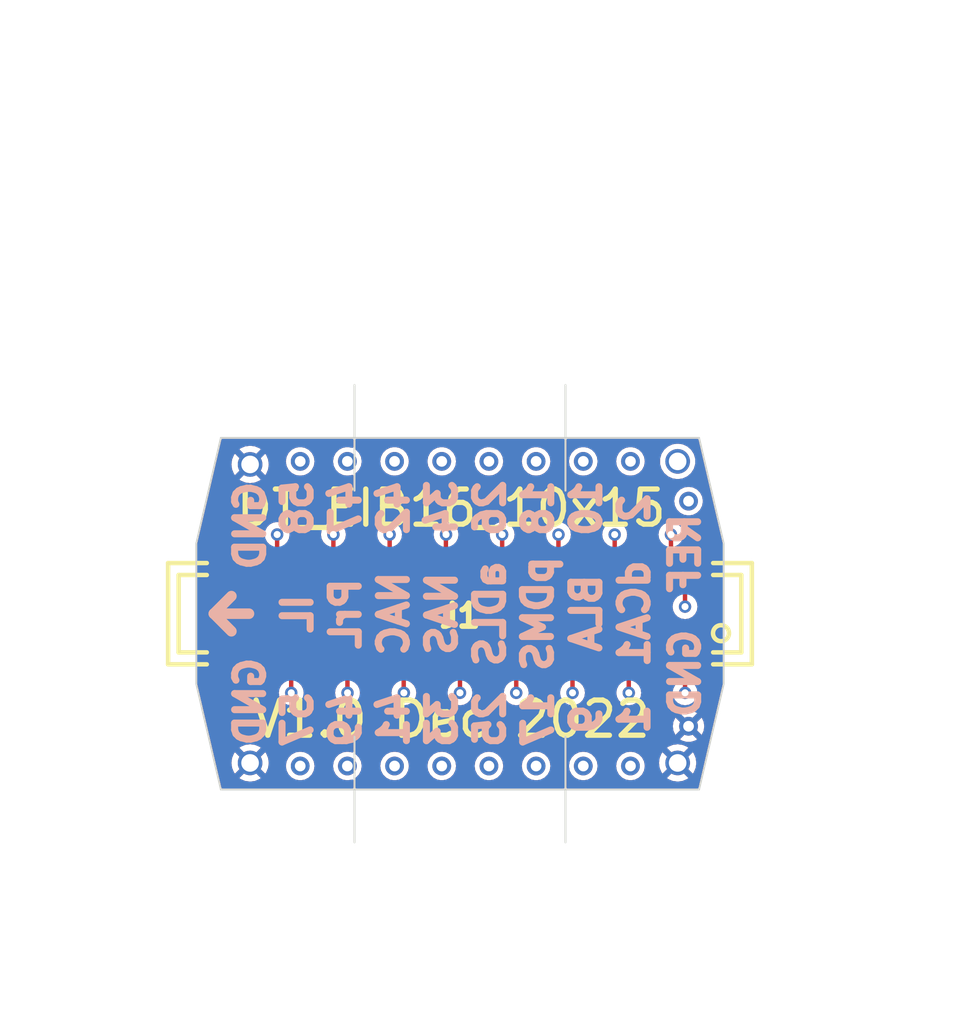
<source format=kicad_pcb>
(kicad_pcb (version 20221018) (generator pcbnew)
  (layers (0 "F.Cu" signal "Top") (1 "In1.Cu" signal "Route2") (2 "In2.Cu" signal "Route15") (31 "B.Cu" signal "Bottom") (34 "B.Paste" user) (35 "F.Paste" user) (36 "B.SilkS" user "B.Silkscreen") (37 "F.SilkS" user "F.Silkscreen") (38 "B.Mask" user) (39 "F.Mask" user) (44 "Edge.Cuts" user))
  (net 0 "")
  (net 1 "GND")
  (net 2 "Net-(J1-Pad68)")
  (net 3 "Net-(J1-Pad14)")
  (net 4 "Net-(J1-Pad10)")
  (net 5 "Net-(J1-Pad6)")
  (net 6 "Net-(J1-Pad2)")
  (net 7 "Net-(J1-Pad64)")
  (net 8 "Net-(J1-Pad60)")
  (net 9 "Net-(J1-Pad56)")
  (net 10 "Net-(J1-Pad52)")
  (net 11 "Net-(J1-Pad48)")
  (net 12 "Net-(J1-Pad44)")
  (net 13 "Net-(J1-Pad40)")
  (net 14 "Net-(J1-Pad30)")
  (net 15 "Net-(J1-Pad26)")
  (net 16 "Net-(J1-Pad22)")
  (net 17 "Net-(J1-Pad18)")
  (net 18 "Net-(REF1-0)")
  (net 19 "Net-(J1-Pad69)")
  (footprint "eib-64:GOLDPIN_0.5ID_0.7OD" (layer "F.Cu") (at 6.190252 4.330363)
    (fp_text reference "GND1" hide)
    (fp_text value "LFP")
    (pad "P$1" thru_hole circle (at 0 -0.087363) (size 0.7 0.7) (drill 0.5) (layers "*.Cu" "*.Mask") (net 1 "GND"))
  )
  (footprint "eib-64:LFP_Port" (layer "F.Cu") (at -0.518612 4.330363 180)
    (fp_text reference "LFP5" hide)
    (fp_text value "1")
    (pad "0" thru_hole circle (at 0 0 180) (size 0.5334 0.5334) (drill 0.3048) (layers "*.Cu" "*.Mask") (net 17 "Net-(J1-Pad18)"))
  )
  (footprint "eib-64:LFP_Port" (layer "F.Cu") (at 2.164932 4.330363)
    (fp_text reference "LFP3" hide)
    (fp_text value "1")
    (pad "0" thru_hole circle (at 0 0) (size 0.5334 0.5334) (drill 0.3048) (layers "*.Cu" "*.Mask") (net 4 "Net-(J1-Pad10)"))
  )
  (footprint "eib-64:LFP_Port" (layer "F.Cu") (at 3.506704 4.330363)
    (fp_text reference "LFP2" hide)
    (fp_text value "1")
    (pad "0" thru_hole circle (at 0 0) (size 0.5334 0.5334) (drill 0.3048) (layers "*.Cu" "*.Mask") (net 5 "Net-(J1-Pad6)"))
  )
  (footprint "eib-64:LFP_Port" (layer "F.Cu") (at -3.202156 4.330363 180)
    (fp_text reference "LFP7" hide)
    (fp_text value "1")
    (pad "0" thru_hole circle (at 0 0 180) (size 0.5334 0.5334) (drill 0.3048) (layers "*.Cu" "*.Mask") (net 15 "Net-(J1-Pad26)"))
  )
  (footprint "eib-64:LFP_Port" (layer "F.Cu") (at 0.82316 4.330363 180)
    (fp_text reference "LFP4" hide)
    (fp_text value "1")
    (pad "0" thru_hole circle (at 0 0 180) (size 0.5334 0.5334) (drill 0.3048) (layers "*.Cu" "*.Mask") (net 3 "Net-(J1-Pad14)"))
  )
  (footprint "eib-64:LFP_Port" (layer "F.Cu") (at -4.543928 4.330363 180)
    (fp_text reference "LFP8" hide)
    (fp_text value "1")
    (pad "0" thru_hole circle (at 0 0 180) (size 0.5334 0.5334) (drill 0.3048) (layers "*.Cu" "*.Mask") (net 14 "Net-(J1-Pad30)"))
  )
  (footprint "eib-64:LFP_Port" (layer "F.Cu") (at -1.860384 4.330363 180)
    (fp_text reference "LFP6" hide)
    (fp_text value "1")
    (pad "0" thru_hole circle (at 0 0 180) (size 0.5334 0.5334) (drill 0.3048) (layers "*.Cu" "*.Mask") (net 16 "Net-(J1-Pad22)"))
  )
  (footprint "eib-64:GOLDPIN_0.5ID_0.7OD" (layer "F.Cu") (at -5.969 4.330363)
    (fp_text reference "GND0" hide)
    (fp_text value "LRG_GP" hide)
    (pad "P$1" thru_hole circle (at 0 -0.087363) (size 0.7 0.7) (drill 0.5) (layers "*.Cu" "*.Mask") (net 1 "GND"))
  )
  (footprint "eib-64:LFP_Port" (layer "F.Cu") (at 4.848476 4.330363)
    (fp_text reference "LFP1" hide)
    (fp_text value "1")
    (pad "0" thru_hole circle (at 0 0) (size 0.5334 0.5334) (drill 0.3048) (layers "*.Cu" "*.Mask") (net 6 "Net-(J1-Pad2)"))
  )
  (footprint "eib-64:LFP_Port" (layer "F.Cu") (at 4.848476 -4.330363 180)
    (fp_text reference "LFP9" hide)
    (fp_text value "1")
    (pad "0" thru_hole circle (at 0 0 180) (size 0.5334 0.5334) (drill 0.3048) (layers "*.Cu" "*.Mask") (net 2 "Net-(J1-Pad68)"))
  )
  (footprint "eib-64:LFP_Port" (layer "F.Cu") (at 2.164932 -4.330363 180)
    (fp_text reference "LFP11" hide)
    (fp_text value "1")
    (pad "0" thru_hole circle (at 0 0 180) (size 0.5334 0.5334) (drill 0.3048) (layers "*.Cu" "*.Mask") (net 8 "Net-(J1-Pad60)"))
  )
  (footprint "eib-64:LFP_Port" (layer "F.Cu") (at 3.506704 -4.330363 180)
    (fp_text reference "LFP10" hide)
    (fp_text value "1")
    (pad "0" thru_hole circle (at 0 0 180) (size 0.5334 0.5334) (drill 0.3048) (layers "*.Cu" "*.Mask") (net 7 "Net-(J1-Pad64)"))
  )
  (footprint "eib-64:GOLDPIN_0.5ID_0.7OD" (layer "F.Cu") (at 6.190252 -4.330363)
    (fp_text reference "REF1" hide)
    (fp_text value "LFP")
    (pad "P$1" thru_hole circle (at 0 0) (size 0.7 0.7) (drill 0.5) (layers "*.Cu" "*.Mask") (net 18 "Net-(REF1-0)"))
  )
  (footprint "eib-64:GOLDPIN_0.5ID_0.7OD" (layer "F.Cu") (at -5.969 -4.243363)
    (fp_text reference "SHLD_A1" hide)
    (fp_text value "LRG_GP" hide)
    (pad "P$1" thru_hole circle (at 0 0) (size 0.7 0.7) (drill 0.5) (layers "*.Cu" "*.Mask") (net 1 "GND"))
  )
  (footprint "eib-64:LFP_Port" (layer "F.Cu") (at -0.518612 -4.330363)
    (fp_text reference "LFP13" hide)
    (fp_text value "1")
    (pad "0" thru_hole circle (at 0 0) (size 0.5334 0.5334) (drill 0.3048) (layers "*.Cu" "*.Mask") (net 10 "Net-(J1-Pad52)"))
  )
  (footprint "eib-64:LFP_Port" (layer "F.Cu") (at -1.860384 -4.330363)
    (fp_text reference "LFP14" hide)
    (fp_text value "1")
    (pad "0" thru_hole circle (at 0 0) (size 0.5334 0.5334) (drill 0.3048) (layers "*.Cu" "*.Mask") (net 11 "Net-(J1-Pad48)"))
  )
  (footprint "eib-64:LFP_Port" (layer "F.Cu") (at -3.202156 -4.330363)
    (fp_text reference "LFP15" hide)
    (fp_text value "1")
    (pad "0" thru_hole circle (at 0 0) (size 0.5334 0.5334) (drill 0.3048) (layers "*.Cu" "*.Mask") (net 12 "Net-(J1-Pad44)"))
  )
  (footprint "eib-64:LFP_Port" (layer "F.Cu") (at -4.543928 -4.330363)
    (fp_text reference "LFP16" hide)
    (fp_text value "0")
    (pad "0" thru_hole circle (at 0 0) (size 0.5334 0.5334) (drill 0.3048) (layers "*.Cu" "*.Mask") (net 13 "Net-(J1-Pad40)"))
  )
  (footprint "eib-64:LFP_Port" (layer "F.Cu") (at 0.82316 -4.330363)
    (fp_text reference "LFP12" hide)
    (fp_text value "1")
    (pad "0" thru_hole circle (at 0 0) (size 0.5334 0.5334) (drill 0.3048) (layers "*.Cu" "*.Mask") (net 9 "Net-(J1-Pad56)"))
  )
  (footprint "eib-64:LFP_Port" (layer "F.Cu") (at 6.5 -3.2)
    (fp_text reference "REF**" hide)
    (fp_text value "REF**" hide)
    (pad "0" thru_hole circle (at 0 0) (size 0.5334 0.5334) (drill 0.3048) (layers "*.Cu" "*.Mask") (net 19 "Net-(J1-Pad69)"))
  )
  (footprint "eib-64:LFP_Port" (layer "F.Cu") (at 6.5 3.2 180)
    (fp_text reference "REF**" hide)
    (fp_text value "REF**" hide)
    (pad "0" thru_hole circle (at 0 0 180) (size 0.5334 0.5334) (drill 0.3048) (layers "*.Cu" "*.Mask") (net 1 "GND"))
  )
  (footprint "eib-64:DF40-70REC" (layer "F.Cu") (at 0 0 180)
    (fp_text reference "J1" (at 0 0.32) (layer "F.SilkS") (effects (font (size 0.65 0.65) (thickness 0.16002)) (justify top)))
    (fp_text value "DF40-REC" hide)
    (fp_line (start -8.3 -1.44) (end -7.2 -1.44) (stroke (width 0.127)) (layer "F.SilkS"))
    (fp_line (start -8.3 1.44) (end -8.3 -1.44) (stroke (width 0.127)) (layer "F.SilkS"))
    (fp_line (start -8 -1.1) (end -8 1.1) (stroke (width 0.127)) (layer "F.SilkS"))
    (fp_line (start -8 -1.1) (end -7.2 -1.1) (stroke (width 0.127)) (layer "F.SilkS"))
    (fp_line (start -8 1.1) (end -7.2 1.1) (stroke (width 0.127)) (layer "F.SilkS"))
    (fp_line (start -7.2 1.44) (end -8.3 1.44) (stroke (width 0.127)) (layer "F.SilkS"))
    (fp_line (start 7.2 -1.44) (end 8.3 -1.44) (stroke (width 0.127)) (layer "F.SilkS"))
    (fp_line (start 8 -1.1) (end 7.2 -1.1) (stroke (width 0.127)) (layer "F.SilkS"))
    (fp_line (start 8 1.1) (end 7.2 1.1) (stroke (width 0.127)) (layer "F.SilkS"))
    (fp_line (start 8 1.1) (end 8 -1.1) (stroke (width 0.127)) (layer "F.SilkS"))
    (fp_line (start 8.3 -1.44) (end 8.3 1.44) (stroke (width 0.127)) (layer "F.SilkS"))
    (fp_line (start 8.3 1.44) (end 7.2 1.44) (stroke (width 0.127)) (layer "F.SilkS"))
    (fp_circle (center -7.4234 -0.5542) (end -7.196216 -0.5542) (stroke (width 0.127)) (fill none) (layer "F.SilkS"))
    (pad "1" smd rect (at -6.8 -1.17 180) (size 0.2 1.14) (layers "F.Cu" "F.Paste" "F.Mask"))
    (pad "2" smd rect (at -6.4 -1.17 180) (size 0.2 1.14) (layers "F.Cu" "F.Paste" "F.Mask") (net 6 "Net-(J1-Pad2)"))
    (pad "3" smd rect (at -6 -1.17 180) (size 0.2 1.14) (layers "F.Cu" "F.Paste" "F.Mask"))
    (pad "4" smd rect (at -5.6 -1.17 180) (size 0.2 1.14) (layers "F.Cu" "F.Paste" "F.Mask"))
    (pad "5" smd rect (at -5.2 -1.17 180) (size 0.2 1.14) (layers "F.Cu" "F.Paste" "F.Mask"))
    (pad "6" smd rect (at -4.8 -1.17 180) (size 0.2 1.14) (layers "F.Cu" "F.Paste" "F.Mask") (net 5 "Net-(J1-Pad6)"))
    (pad "7" smd rect (at -4.4 -1.17 180) (size 0.2 1.14) (layers "F.Cu" "F.Paste" "F.Mask"))
    (pad "8" smd rect (at -4 -1.17 180) (size 0.2 1.14) (layers "F.Cu" "F.Paste" "F.Mask"))
    (pad "9" smd rect (at -3.6 -1.17 180) (size 0.2 1.14) (layers "F.Cu" "F.Paste" "F.Mask"))
    (pad "10" smd rect (at -3.2 -1.17 180) (size 0.2 1.14) (layers "F.Cu" "F.Paste" "F.Mask") (net 4 "Net-(J1-Pad10)"))
    (pad "11" smd rect (at -2.8 -1.17 180) (size 0.2 1.14) (layers "F.Cu" "F.Paste" "F.Mask"))
    (pad "12" smd rect (at -2.4 -1.17 180) (size 0.2 1.14) (layers "F.Cu" "F.Paste" "F.Mask"))
    (pad "13" smd rect (at -2 -1.17 180) (size 0.2 1.14) (layers "F.Cu" "F.Paste" "F.Mask"))
    (pad "14" smd rect (at -1.6 -1.17 180) (size 0.2 1.14) (layers "F.Cu" "F.Paste" "F.Mask") (net 3 "Net-(J1-Pad14)"))
    (pad "15" smd rect (at -1.2 -1.17 180) (size 0.2 1.14) (layers "F.Cu" "F.Paste" "F.Mask"))
    (pad "16" smd rect (at -0.8 -1.17 180) (size 0.2 1.14) (layers "F.Cu" "F.Paste" "F.Mask"))
    (pad "17" smd rect (at -0.4 -1.17 180) (size 0.2 1.14) (layers "F.Cu" "F.Paste" "F.Mask"))
    (pad "18" smd rect (at 0 -1.17 180) (size 0.2 1.14) (layers "F.Cu" "F.Paste" "F.Mask") (net 17 "Net-(J1-Pad18)"))
    (pad "19" smd rect (at 0.4 -1.17 180) (size 0.2 1.14) (layers "F.Cu" "F.Paste" "F.Mask"))
    (pad "20" smd rect (at 0.8 -1.17 180) (size 0.2 1.14) (layers "F.Cu" "F.Paste" "F.Mask"))
    (pad "21" smd rect (at 1.2 -1.17 180) (size 0.2 1.14) (layers "F.Cu" "F.Paste" "F.Mask"))
    (pad "22" smd rect (at 1.6 -1.17 180) (size 0.2 1.14) (layers "F.Cu" "F.Paste" "F.Mask") (net 16 "Net-(J1-Pad22)"))
    (pad "23" smd rect (at 2 -1.17 180) (size 0.2 1.14) (layers "F.Cu" "F.Paste" "F.Mask"))
    (pad "24" smd rect (at 2.4 -1.17 180) (size 0.2 1.14) (layers "F.Cu" "F.Paste" "F.Mask"))
    (pad "25" smd rect (at 2.8 -1.17 180) (size 0.2 1.14) (layers "F.Cu" "F.Paste" "F.Mask"))
    (pad "26" smd rect (at 3.2 -1.17 180) (size 0.2 1.14) (layers "F.Cu" "F.Paste" "F.Mask") (net 15 "Net-(J1-Pad26)"))
    (pad "27" smd rect (at 3.6 -1.17 180) (size 0.2 1.14) (layers "F.Cu" "F.Paste" "F.Mask"))
    (pad "28" smd rect (at 4 -1.17 180) (size 0.2 1.14) (layers "F.Cu" "F.Paste" "F.Mask"))
    (pad "29" smd rect (at 4.4 -1.17 180) (size 0.2 1.14) (layers "F.Cu" "F.Paste" "F.Mask"))
    (pad "30" smd rect (at 4.8 -1.17 180) (size 0.2 1.14) (layers "F.Cu" "F.Paste" "F.Mask") (net 14 "Net-(J1-Pad30)"))
    (pad "31" smd rect (at 5.2 -1.17 180) (size 0.2 1.14) (layers "F.Cu" "F.Paste" "F.Mask"))
    (pad "32" smd rect (at 5.6 -1.17 180) (size 0.2 1.14) (layers "F.Cu" "F.Paste" "F.Mask"))
    (pad "33" smd rect (at 6 -1.17 180) (size 0.2 1.14) (layers "F.Cu" "F.Paste" "F.Mask"))
    (pad "34" smd rect (at 6.4 -1.17 180) (size 0.2 1.14) (layers "F.Cu" "F.Paste" "F.Mask"))
    (pad "35" smd rect (at 6.8 -1.17 180) (size 0.2 1.14) (layers "F.Cu" "F.Paste" "F.Mask"))
    (pad "36" smd rect (at 6.8 1.17) (size 0.2 1.14) (layers "F.Cu" "F.Paste" "F.Mask") (net 1 "GND"))
    (pad "37" smd rect (at 6.4 1.17) (size 0.2 1.14) (layers "F.Cu" "F.Paste" "F.Mask"))
    (pad "38" smd rect (at 6 1.17) (size 0.2 1.14) (layers "F.Cu" "F.Paste" "F.Mask"))
    (pad "39" smd rect (at 5.6 1.17) (size 0.2 1.14) (layers "F.Cu" "F.Paste" "F.Mask"))
    (pad "40" smd rect (at 5.2 1.17) (size 0.2 1.14) (layers "F.Cu" "F.Paste" "F.Mask") (net 13 "Net-(J1-Pad40)"))
    (pad "41" smd rect (at 4.8 1.17) (size 0.2 1.14) (layers "F.Cu" "F.Paste" "F.Mask"))
    (pad "42" smd rect (at 4.4 1.17) (size 0.2 1.14) (layers "F.Cu" "F.Paste" "F.Mask"))
    (pad "43" smd rect (at 4 1.17) (size 0.2 1.14) (layers "F.Cu" "F.Paste" "F.Mask"))
    (pad "44" smd rect (at 3.6 1.17) (size 0.2 1.14) (layers "F.Cu" "F.Paste" "F.Mask") (net 12 "Net-(J1-Pad44)"))
    (pad "45" smd rect (at 3.2 1.17) (size 0.2 1.14) (layers "F.Cu" "F.Paste" "F.Mask"))
    (pad "46" smd rect (at 2.8 1.17) (size 0.2 1.14) (layers "F.Cu" "F.Paste" "F.Mask"))
    (pad "47" smd rect (at 2.4 1.17) (size 0.2 1.14) (layers "F.Cu" "F.Paste" "F.Mask"))
    (pad "48" smd rect (at 2 1.17) (size 0.2 1.14) (layers "F.Cu" "F.Paste" "F.Mask") (net 11 "Net-(J1-Pad48)"))
    (pad "49" smd rect (at 1.6 1.17) (size 0.2 1.14) (layers "F.Cu" "F.Paste" "F.Mask"))
    (pad "50" smd rect (at 1.2 1.17) (size 0.2 1.14) (layers "F.Cu" "F.Paste" "F.Mask"))
    (pad "51" smd rect (at 0.8 1.17) (size 0.2 1.14) (layers "F.Cu" "F.Paste" "F.Mask"))
    (pad "52" smd rect (at 0.4 1.17) (size 0.2 1.14) (layers "F.Cu" "F.Paste" "F.Mask") (net 10 "Net-(J1-Pad52)"))
    (pad "53" smd rect (at 0 1.17) (size 0.2 1.14) (layers "F.Cu" "F.Paste" "F.Mask"))
    (pad "54" smd rect (at -0.4 1.17) (size 0.2 1.14) (layers "F.Cu" "F.Paste" "F.Mask"))
    (pad "55" smd rect (at -0.8 1.17) (size 0.2 1.14) (layers "F.Cu" "F.Paste" "F.Mask"))
    (pad "56" smd rect (at -1.2 1.17) (size 0.2 1.14) (layers "F.Cu" "F.Paste" "F.Mask") (net 9 "Net-(J1-Pad56)"))
    (pad "57" smd rect (at -1.6 1.17) (size 0.2 1.14) (layers "F.Cu" "F.Paste" "F.Mask"))
    (pad "58" smd rect (at -2 1.17) (size 0.2 1.14) (layers "F.Cu" "F.Paste" "F.Mask"))
    (pad "59" smd rect (at -2.4 1.17) (size 0.2 1.14) (layers "F.Cu" "F.Paste" "F.Mask"))
    (pad "60" smd rect (at -2.8 1.17) (size 0.2 1.14) (layers "F.Cu" "F.Paste" "F.Mask") (net 8 "Net-(J1-Pad60)"))
    (pad "61" smd rect (at -3.2 1.17) (size 0.2 1.14) (layers "F.Cu" "F.Paste" "F.Mask"))
    (pad "62" smd rect (at -3.6 1.17) (size 0.2 1.14) (layers "F.Cu" "F.Paste" "F.Mask"))
    (pad "63" smd rect (at -4 1.17) (size 0.2 1.14) (layers "F.Cu" "F.Paste" "F.Mask"))
    (pad "64" smd rect (at -4.4 1.17) (size 0.2 1.14) (layers "F.Cu" "F.Paste" "F.Mask") (net 7 "Net-(J1-Pad64)"))
    (pad "65" smd rect (at -4.8 1.17) (size 0.2 1.14) (layers "F.Cu" "F.Paste" "F.Mask"))
    (pad "66" smd rect (at -5.2 1.17) (size 0.2 1.14) (layers "F.Cu" "F.Paste" "F.Mask"))
    (pad "67" smd rect (at -5.6 1.17) (size 0.2 1.14) (layers "F.Cu" "F.Paste" "F.Mask"))
    (pad "68" smd rect (at -6 1.17) (size 0.2 1.14) (layers "F.Cu" "F.Paste" "F.Mask") (net 2 "Net-(J1-Pad68)"))
    (pad "69" smd rect (at -6.4 1.17) (size 0.2 1.14) (layers "F.Cu" "F.Paste" "F.Mask"))
    (pad "70" smd rect (at -6.8 1.17) (size 0.2 1.14) (layers "F.Cu" "F.Paste" "F.Mask") (net 1 "GND"))
  )
  (gr_line (start -7 0) (end -6.5 0.5) (stroke (width 0.3)) (layer "B.SilkS"))
  (gr_line (start -7 0) (end -6.5 -0.5) (stroke (width 0.3)) (layer "B.SilkS"))
  (gr_line (start -6 0) (end -7 0) (stroke (width 0.3)) (layer "B.SilkS"))
  (gr_line (start 6.8 5) (end -6.8 5) (stroke (width 0.05)) (layer "Edge.Cuts"))
  (gr_line (start -6.8 -5) (end 6.8 -5) (stroke (width 0.05)) (layer "Edge.Cuts"))
  (gr_line (start -7.5 -2) (end -6.8 -5) (stroke (width 0.05)) (layer "Edge.Cuts"))
  (gr_line (start -7.5 2) (end -7.5 -2) (stroke (width 0.05)) (layer "Edge.Cuts"))
  (gr_line (start -3 -6.5) (end -3 -3.5) (stroke (width 0.05588)) (layer "Edge.Cuts"))
  (gr_line (start 3 -6.5) (end 3 -3.5) (stroke (width 0.05588)) (layer "Edge.Cuts"))
  (gr_line (start 3 3.5) (end 3 6.5) (stroke (width 0.05588)) (layer "Edge.Cuts"))
  (gr_line (start -3 3.5) (end -3 6.5) (stroke (width 0.05588)) (layer "Edge.Cuts"))
  (gr_line (start 7.5 -2) (end 6.8 -5) (stroke (width 0.05)) (layer "Edge.Cuts"))
  (gr_line (start -6.8 5) (end -7.5 2) (stroke (width 0.05)) (layer "Edge.Cuts"))
  (gr_line (start 7.5 2) (end 6.8 5) (stroke (width 0.05)) (layer "Edge.Cuts"))
  (gr_line (start 7.5 -2) (end 7.5 2) (stroke (width 0.05)) (layer "Edge.Cuts"))
  (gr_text "aDLS" (at 0.854576 0 90) (layer "B.SilkS") (effects (font (size 0.8 0.8) (thickness 0.2)) (justify mirror)))
  (gr_text "GND" (at -5.969 2.5 90) (layer "B.SilkS") (effects (font (size 0.8 0.8) (thickness 0.2)) (justify mirror)))
  (gr_text "REF" (at 6.4 -1.7 90) (layer "B.SilkS") (effects (font (size 0.8 0.8) (thickness 0.2)) (justify mirror)))
  (gr_text "GND" (at 6.4 1.7 90) (layer "B.SilkS") (effects (font (size 0.8 0.8) (thickness 0.2)) (justify mirror)))
  (gr_text "34" (at -0.5142 -3.000001 90) (layer "B.SilkS") (effects (font (size 0.8 0.8) (thickness 0.2)) (justify mirror)))
  (gr_text "26" (at 0.854576 -3.000001 90) (layer "B.SilkS") (effects (font (size 0.8 0.8) (thickness 0.2)) (justify mirror)))
  (gr_text "2" (at 4.960904 -3 90) (layer "B.SilkS") (effects (font (size 0.8 0.8) (thickness 0.2)) (justify mirror)))
  (gr_text "47" (at -3.251752 -3.000001 90) (layer "B.SilkS") (effects (font (size 0.8 0.8) (thickness 0.2)) (justify mirror)))
  (gr_text "58" (at -4.620528 -3.000001 90) (layer "B.SilkS") (effects (font (size 0.8 0.8) (thickness 0.2)) (justify mirror)))
  (gr_text "42" (at -1.882976 -3.000001 90) (layer "B.SilkS") (effects (font (size 0.8 0.8) (thickness 0.2)) (justify mirror)))
  (gr_text "18" (at 2.223352 -3.000001 90) (layer "B.SilkS") (effects (font (size 0.8 0.8) (thickness 0.2)) (justify mirror)))
  (gr_text "10" (at 3.592128 -3.000001 90) (layer "B.SilkS") (effects (font (size 0.8 0.8) (thickness 0.2)) (justify mirror)))
  (gr_text "GND" (at -5.969 -2.5 90) (layer "B.SilkS") (effects (font (size 0.8 0.8) (thickness 0.2)) (justify mirror)))
  (gr_text "dCA1\n" (at 4.96316 0 90) (layer "B.SilkS") (effects (font (size 0.8 0.8) (thickness 0.2)) (justify mirror)))
  (gr_text "pDMS\n" (at 2.21488 0 90) (layer "B.SilkS") (effects (font (size 0.8 0.8) (thickness 0.2)) (justify mirror)))
  (gr_text "49" (at -3.251752 2.999999 90) (layer "B.SilkS") (effects (font (size 0.8 0.8) (thickness 0.2)) (justify mirror)))
  (gr_text "NAC" (at -1.882976 0 90) (layer "B.SilkS") (effects (font (size 0.8 0.8) (thickness 0.2)) (justify mirror)))
  (gr_text "1\n" (at 4.960904 3 90) (layer "B.SilkS") (effects (font (size 0.8 0.8) (thickness 0.2)) (justify mirror)))
  (gr_text "57" (at -4.620528 2.999999 90) (layer "B.SilkS") (effects (font (size 0.8 0.8) (thickness 0.2)) (justify mirror)))
  (gr_text "25\n" (at 0.854576 2.999999 90) (layer "B.SilkS") (effects (font (size 0.8 0.8) (thickness 0.2)) (justify mirror)))
  (gr_text "PrL" (at -3.251752 0 90) (layer "B.SilkS") (effects (font (size 0.8 0.8) (thickness 0.2)) (justify mirror)))
  (gr_text "17" (at 2.223352 2.999999 90) (layer "B.SilkS") (effects (font (size 0.8 0.8) (thickness 0.2)) (justify mirror)))
  (gr_text "NAS" (at -0.5142 0 90) (layer "B.SilkS") (effects (font (size 0.8 0.8) (thickness 0.2)) (justify mirror)))
  (gr_text "IL\n" (at -4.620528 0 90) (layer "B.SilkS") (effects (font (size 0.8 0.8) (thickness 0.2)) (justify mirror)))
  (gr_text "BLA" (at 3.592128 -0.01778 90) (layer "B.SilkS") (effects (font (size 0.8 0.8) (thickness 0.2)) (justify mirror)))
  (gr_text "9\n" (at 3.592128 3 90) (layer "B.SilkS") (effects (font (size 0.8 0.8) (thickness 0.2)) (justify mirror)))
  (gr_text "33" (at -0.5142 2.999999 90) (layer "B.SilkS") (effects (font (size 0.8 0.8) (thickness 0.2)) (justify mirror)))
  (gr_text "41" (at -1.882976 2.999999 90) (layer "B.SilkS") (effects (font (size 0.8 0.8) (thickness 0.2)) (justify mirror)))
  (gr_text "V1.0 Dec 2022" (at -0.25 3) (layer "F.SilkS") (effects (font (size 1 1))))
  (gr_text "DT_EIB16_10x15" (at -0.25 -3) (layer "F.SilkS") (effects (font (size 1 1))))
  (segment (start 6.4 -1.17) (end 6.4 -0.2) (width 0.125) (layer "F.Cu") (net 0))
  (via (at 6.4 -0.2) (size 0.352) (drill 0.2) (layers "F.Cu" "B.Cu") (net 0))
  (segment (start 6 -2.24948) (end 5.99948 -2.25) (width 0.125) (layer "F.Cu") (net 2))
  (segment (start 6 -1.17) (end 6 -2.24948) (width 0.125) (layer "F.Cu") (net 2))
  (via (at 5.99948 -2.25) (size 0.352) (drill 0.2) (layers "F.Cu" "B.Cu") (net 2))
  (segment (start 1.6002 2.25) (end 1.6002 1.1702) (width 0.125) (layer "F.Cu") (net 3))
  (segment (start 1.6002 1.1702) (end 1.6 1.17) (width 0.125) (layer "F.Cu") (net 3))
  (via (at 1.6002 2.25) (size 0.352) (drill 0.2) (layers "F.Cu" "B.Cu") (net 3))
  (segment (start 3.2 2.2496) (end 3.2004 2.25) (width 0.125) (layer "F.Cu") (net 4))
  (segment (start 3.2 1.17) (end 3.2 2.2496) (width 0.125) (layer "F.Cu") (net 4))
  (via (at 3.2004 2.25) (size 0.352) (drill 0.2) (layers "F.Cu" "B.Cu") (net 4))
  (segment (start 4.8 2.2494) (end 4.8006 2.25) (width 0.125) (layer "F.Cu") (net 5))
  (segment (start 4.8 1.17) (end 4.8 2.2494) (width 0.125) (layer "F.Cu") (net 5))
  (via (at 4.8006 2.25) (size 0.352) (drill 0.2) (layers "F.Cu" "B.Cu") (net 5))
  (segment (start 6.4008 1.1708) (end 6.4 1.17) (width 0.125) (layer "F.Cu") (net 6))
  (segment (start 6.4008 2.24892) (end 6.4008 1.1708) (width 0.125) (layer "F.Cu") (net 6))
  (via (at 6.4008 2.24892) (size 0.352) (drill 0.2) (layers "F.Cu" "B.Cu") (net 6))
  (segment (start 4.4 -2.24928) (end 4.39928 -2.25) (width 0.125) (layer "F.Cu") (net 7))
  (segment (start 4.4 -1.17) (end 4.4 -2.24928) (width 0.125) (layer "F.Cu") (net 7))
  (via (at 4.39928 -2.25) (size 0.352) (drill 0.2) (layers "F.Cu" "B.Cu") (net 7))
  (segment (start 2.8 -1.17) (end 2.8 -2.2473) (width 0.125) (layer "F.Cu") (net 8))
  (segment (start 2.8 -2.2473) (end 2.80162 -2.24892) (width 0.125) (layer "F.Cu") (net 8))
  (via (at 2.80162 -2.24892) (size 0.352) (drill 0.2) (layers "F.Cu" "B.Cu") (net 8))
  (segment (start 1.2 -1.17) (end 1.2 -2.24888) (width 0.125) (layer "F.Cu") (net 9))
  (segment (start 1.2 -2.24888) (end 1.19888 -2.25) (width 0.125) (layer "F.Cu") (net 9))
  (via (at 1.19888 -2.25) (size 0.352) (drill 0.2) (layers "F.Cu" "B.Cu") (net 9))
  (segment (start -0.4 -1.17) (end -0.4 -2.267) (width 0.125) (layer "F.Cu") (net 10))
  (via (at -0.39624 -2.25044) (size 0.352) (drill 0.2) (layers "F.Cu" "B.Cu") (net 10))
  (segment (start -2 -1.17) (end -2 -2.254) (width 0.125) (layer "F.Cu") (net 11))
  (via (at -2.00152 -2.25) (size 0.352) (drill 0.2) (layers "F.Cu" "B.Cu") (net 11))
  (segment (start -3.6 -2.24918) (end -3.59918 -2.25) (width 0.125) (layer "F.Cu") (net 12))
  (segment (start -3.59918 -1.16918) (end -3.6 -1.17) (width 0.125) (layer "F.Cu") (net 12))
  (segment (start -3.6 -1.17) (end -3.6 -2.24918) (width 0.125) (layer "F.Cu") (net 12))
  (via (at -3.59918 -2.25) (size 0.352) (drill 0.2) (layers "F.Cu" "B.Cu") (net 12))
  (segment (start -5.2 -2.25084) (end -5.19938 -2.25146) (width 0.125) (layer "F.Cu") (net 13))
  (segment (start -5.19938 -1.16938) (end -5.2 -1.17) (width 0.125) (layer "F.Cu") (net 13))
  (segment (start -5.2 -1.17) (end -5.2 -2.25084) (width 0.125) (layer "F.Cu") (net 13))
  (via (at -5.19938 -2.25146) (size 0.352) (drill 0.2) (layers "F.Cu" "B.Cu") (net 13))
  (segment (start -4.8 1.17) (end -4.8 2.24806) (width 0.125) (layer "F.Cu") (net 14))
  (segment (start -4.8 2.24806) (end -4.79806 2.25) (width 0.125) (layer "F.Cu") (net 14))
  (segment (start -4.79806 1.16806) (end -4.8 1.17) (width 0.125) (layer "F.Cu") (net 14))
  (via (at -4.79806 2.25) (size 0.352) (drill 0.2) (layers "F.Cu" "B.Cu") (net 14))
  (segment (start -3.2 2.24786) (end -3.19786 2.25) (width 0.125) (layer "F.Cu") (net 15))
  (segment (start -3.2 1.17) (end -3.2 2.24786) (width 0.125) (layer "F.Cu") (net 15))
  (segment (start -3.19786 1.16786) (end -3.2 1.17) (width 0.125) (layer "F.Cu") (net 15))
  (via (at -3.19786 2.25) (size 0.352) (drill 0.2) (layers "F.Cu" "B.Cu") (net 15))
  (segment (start -1.6 2.24512) (end -1.59512 2.25) (width 0.125) (layer "F.Cu") (net 16))
  (segment (start -1.6 1.17) (end -1.6 2.24512) (width 0.125) (layer "F.Cu") (net 16))
  (segment (start -1.59512 1.16512) (end -1.6 1.17) (width 0.125) (layer "F.Cu") (net 16))
  (via (at -1.59512 2.25) (size 0.352) (drill 0.2) (layers "F.Cu" "B.Cu") (net 16))
  (segment (start 0 1.17) (end 0 2.25) (width 0.125) (layer "F.Cu") (net 17))
  (via (at 0 2.25) (size 0.352) (drill 0.2) (layers "F.Cu" "B.Cu") (net 17))
  (zone (net 1) (net_name "GND") (layer "F.Cu") (priority 6) (connect_pads (clearance 0.1)) (min_thickness 0.0635) (fill yes (thermal_gap 0.177) (thermal_bridge_width 0.177))
    (polygon (pts (xy 14.045997 -17.447839) (xy 14.045993 11.679157) (xy -13.081003 11.679153) (xy -13.080999 -17.447843)))
  )
  (zone (net 1) (net_name "GND") (layer "B.Cu") (priority 6) (connect_pads (clearance 0.1)) (min_thickness 0.0635) (fill yes (thermal_gap 0.177) (thermal_bridge_width 0.177))
    (polygon (pts (xy 10.966992 8.602496) (xy -10.16 8.602496) (xy -10.16 -14.524496) (xy 10.966992 -14.524496)))
  )
)
</source>
